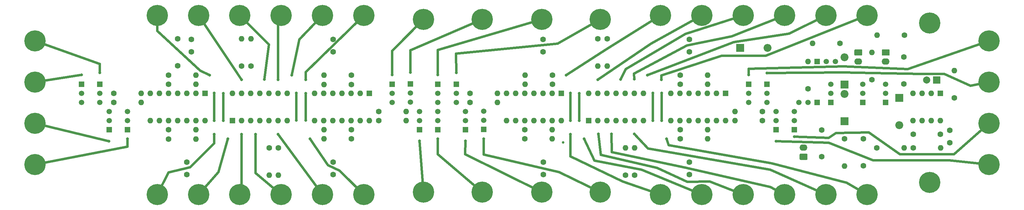
<source format=gbr>
%TF.GenerationSoftware,KiCad,Pcbnew,(5.1.7)-1*%
%TF.CreationDate,2021-05-19T12:24:51-05:00*%
%TF.ProjectId,FOURSES INTERSEXON,464f5552-5345-4532-9049-4e5445525345,rev?*%
%TF.SameCoordinates,Original*%
%TF.FileFunction,Copper,L2,Bot*%
%TF.FilePolarity,Positive*%
%FSLAX46Y46*%
G04 Gerber Fmt 4.6, Leading zero omitted, Abs format (unit mm)*
G04 Created by KiCad (PCBNEW (5.1.7)-1) date 2021-05-19 12:24:51*
%MOMM*%
%LPD*%
G01*
G04 APERTURE LIST*
%TA.AperFunction,ComponentPad*%
%ADD10C,5.900000*%
%TD*%
%TA.AperFunction,ComponentPad*%
%ADD11O,1.600000X1.600000*%
%TD*%
%TA.AperFunction,ComponentPad*%
%ADD12C,1.600000*%
%TD*%
%TA.AperFunction,ComponentPad*%
%ADD13C,1.500000*%
%TD*%
%TA.AperFunction,ComponentPad*%
%ADD14R,1.500000X1.500000*%
%TD*%
%TA.AperFunction,ComponentPad*%
%ADD15R,1.600000X1.600000*%
%TD*%
%TA.AperFunction,ComponentPad*%
%ADD16O,2.190000X1.740000*%
%TD*%
%TA.AperFunction,ComponentPad*%
%ADD17C,2.000000*%
%TD*%
%TA.AperFunction,ComponentPad*%
%ADD18R,2.000000X2.000000*%
%TD*%
%TA.AperFunction,ComponentPad*%
%ADD19R,2.200000X2.200000*%
%TD*%
%TA.AperFunction,ComponentPad*%
%ADD20O,2.200000X2.200000*%
%TD*%
%TA.AperFunction,ViaPad*%
%ADD21C,0.800000*%
%TD*%
%TA.AperFunction,Conductor*%
%ADD22C,0.635000*%
%TD*%
G04 APERTURE END LIST*
D10*
%TO.P,REF\u002A\u002A,*%
%TO.N,*%
X109630000Y-121990000D03*
%TD*%
%TO.P,REF\u002A\u002A,*%
%TO.N,*%
X63630000Y-71990000D03*
%TD*%
%TO.P,REF\u002A\u002A,*%
%TO.N,*%
X18110000Y-113600000D03*
%TD*%
%TO.P,REF\u002A\u002A,*%
%TO.N,*%
X75130000Y-71990000D03*
%TD*%
%TO.P,REF\u002A\u002A,*%
%TO.N,*%
X175460000Y-73100000D03*
%TD*%
%TO.P,REF\u002A\u002A,*%
%TO.N,*%
X109630000Y-71990000D03*
%TD*%
D11*
%TO.P,REF\u002A\u002A,2*%
%TO.N,N/C*%
X273950000Y-87380000D03*
D12*
%TO.P,REF\u002A\u002A,1*%
X273950000Y-95000000D03*
%TD*%
D10*
%TO.P,REF\u002A\u002A,*%
%TO.N,*%
X192210000Y-121990000D03*
%TD*%
%TO.P,REF\u002A\u002A,*%
%TO.N,*%
X63630000Y-121990000D03*
%TD*%
%TO.P,REF\u002A\u002A,*%
%TO.N,*%
X18110000Y-102100000D03*
%TD*%
%TO.P,REF\u002A\u002A,*%
%TO.N,*%
X98130000Y-121990000D03*
%TD*%
D12*
%TO.P,REF\u002A\u002A,1*%
%TO.N,N/C*%
X243450000Y-106460000D03*
D11*
%TO.P,REF\u002A\u002A,2*%
X243450000Y-114080000D03*
%TD*%
D13*
%TO.P,REF\u002A\u002A,2*%
%TO.N,N/C*%
X130250000Y-101330000D03*
%TO.P,REF\u002A\u002A,3*%
X130250000Y-98790000D03*
D14*
%TO.P,REF\u002A\u002A,1*%
X130250000Y-103870000D03*
%TD*%
D10*
%TO.P,REF\u002A\u002A,*%
%TO.N,*%
X159160000Y-73100000D03*
%TD*%
D14*
%TO.P,REF\u002A\u002A,1*%
%TO.N,N/C*%
X36160000Y-91160000D03*
D13*
%TO.P,REF\u002A\u002A,3*%
X36160000Y-96240000D03*
%TO.P,REF\u002A\u002A,2*%
X36160000Y-93700000D03*
%TD*%
D10*
%TO.P,REF\u002A\u002A,*%
%TO.N,*%
X203710000Y-121990000D03*
%TD*%
D11*
%TO.P,REF\u002A\u002A,2*%
%TO.N,N/C*%
X212940000Y-101400000D03*
D12*
%TO.P,REF\u002A\u002A,1*%
X220560000Y-101400000D03*
%TD*%
D11*
%TO.P,REF\u002A\u002A,2*%
%TO.N,N/C*%
X259990000Y-109010000D03*
D12*
%TO.P,REF\u002A\u002A,1*%
X252370000Y-109010000D03*
%TD*%
%TO.P,REF\u002A\u002A,1*%
%TO.N,N/C*%
X262520000Y-109000000D03*
D11*
%TO.P,REF\u002A\u002A,2*%
X270140000Y-109000000D03*
%TD*%
D10*
%TO.P,REF\u002A\u002A,*%
%TO.N,*%
X18110000Y-90600000D03*
%TD*%
%TO.P,REF\u002A\u002A,*%
%TO.N,*%
X75130000Y-121990000D03*
%TD*%
%TO.P,REF\u002A\u002A,*%
%TO.N,*%
X52130000Y-121990000D03*
%TD*%
%TO.P,REF\u002A\u002A,*%
%TO.N,*%
X159160000Y-121350000D03*
%TD*%
%TO.P,REF\u002A\u002A,*%
%TO.N,*%
X226710000Y-121990000D03*
%TD*%
%TO.P,REF\u002A\u002A,*%
%TO.N,*%
X126260000Y-73100000D03*
%TD*%
%TO.P,REF\u002A\u002A,*%
%TO.N,*%
X52130000Y-71990000D03*
%TD*%
D11*
%TO.P,REF\u002A\u002A,2*%
%TO.N,N/C*%
X233270000Y-84860000D03*
D12*
%TO.P,REF\u002A\u002A,1*%
X233270000Y-92480000D03*
%TD*%
D13*
%TO.P,REF\u002A\u002A,2*%
%TO.N,N/C*%
X31100000Y-93710000D03*
%TO.P,REF\u002A\u002A,3*%
X31100000Y-96250000D03*
D14*
%TO.P,REF\u002A\u002A,1*%
X31100000Y-91170000D03*
%TD*%
D12*
%TO.P,REF\u002A\u002A,1*%
%TO.N,N/C*%
X242140000Y-79770000D03*
D11*
%TO.P,REF\u002A\u002A,2*%
X234520000Y-79770000D03*
%TD*%
%TO.P,REF\u002A\u002A,2*%
%TO.N,N/C*%
X252480000Y-77510000D03*
D12*
%TO.P,REF\u002A\u002A,1*%
X260100000Y-77510000D03*
%TD*%
D10*
%TO.P,REF\u002A\u002A,*%
%TO.N,*%
X238210000Y-121990000D03*
%TD*%
%TO.P,REF\u002A\u002A,*%
%TO.N,*%
X142560000Y-121350000D03*
%TD*%
%TO.P,REF\u002A\u002A,*%
%TO.N,*%
X98130000Y-71990000D03*
%TD*%
%TO.P,REF\u002A\u002A,*%
%TO.N,*%
X86630000Y-71990000D03*
%TD*%
D14*
%TO.P,REF\u002A\u002A,1*%
%TO.N,N/C*%
X117510000Y-91160000D03*
D13*
%TO.P,REF\u002A\u002A,3*%
X117510000Y-96240000D03*
%TO.P,REF\u002A\u002A,2*%
X117510000Y-93700000D03*
%TD*%
D10*
%TO.P,REF\u002A\u002A,*%
%TO.N,*%
X175460000Y-121350000D03*
%TD*%
D14*
%TO.P,REF\u002A\u002A,1*%
%TO.N,N/C*%
X216710000Y-91180000D03*
D13*
%TO.P,REF\u002A\u002A,3*%
X216710000Y-96260000D03*
%TO.P,REF\u002A\u002A,2*%
X216710000Y-93720000D03*
%TD*%
D14*
%TO.P,REF\u002A\u002A,1*%
%TO.N,N/C*%
X125160000Y-103880000D03*
D13*
%TO.P,REF\u002A\u002A,3*%
X125160000Y-98800000D03*
%TO.P,REF\u002A\u002A,2*%
X125160000Y-101340000D03*
%TD*%
D14*
%TO.P,REF\u002A\u002A,1*%
%TO.N,N/C*%
X43820000Y-103860000D03*
D13*
%TO.P,REF\u002A\u002A,3*%
X43820000Y-98780000D03*
%TO.P,REF\u002A\u002A,2*%
X43820000Y-101320000D03*
%TD*%
D10*
%TO.P,REF\u002A\u002A,*%
%TO.N,*%
X215210000Y-121990000D03*
%TD*%
%TO.P,REF\u002A\u002A,*%
%TO.N,*%
X226710000Y-71990000D03*
%TD*%
D11*
%TO.P,REF\u002A\u002A,2*%
%TO.N,N/C*%
X62920000Y-91240000D03*
D12*
%TO.P,REF\u002A\u002A,1*%
X55300000Y-91240000D03*
%TD*%
D14*
%TO.P,REF\u002A\u002A,1*%
%TO.N,N/C*%
X135340000Y-91160000D03*
D13*
%TO.P,REF\u002A\u002A,3*%
X135340000Y-96240000D03*
%TO.P,REF\u002A\u002A,2*%
X135340000Y-93700000D03*
%TD*%
D14*
%TO.P,REF\u002A\u002A,1*%
%TO.N,N/C*%
X142970000Y-103850000D03*
D13*
%TO.P,REF\u002A\u002A,3*%
X142970000Y-98770000D03*
%TO.P,REF\u002A\u002A,2*%
X142970000Y-101310000D03*
%TD*%
%TO.P,REF\u002A\u002A,2*%
%TO.N,N/C*%
X130250000Y-93710000D03*
%TO.P,REF\u002A\u002A,3*%
X130250000Y-96250000D03*
D14*
%TO.P,REF\u002A\u002A,1*%
X130250000Y-91170000D03*
%TD*%
D12*
%TO.P,REF\u002A\u002A,1*%
%TO.N,N/C*%
X220560000Y-98820000D03*
D11*
%TO.P,REF\u002A\u002A,2*%
X212940000Y-98820000D03*
%TD*%
D13*
%TO.P,REF\u002A\u002A,2*%
%TO.N,N/C*%
X137880000Y-101320000D03*
%TO.P,REF\u002A\u002A,3*%
X137880000Y-98780000D03*
D14*
%TO.P,REF\u002A\u002A,1*%
X137880000Y-103860000D03*
%TD*%
%TO.P,REF\u002A\u002A,1*%
%TO.N,N/C*%
X235790000Y-84810000D03*
D13*
%TO.P,REF\u002A\u002A,3*%
X240870000Y-84810000D03*
%TO.P,REF\u002A\u002A,2*%
X238330000Y-84810000D03*
%TD*%
D14*
%TO.P,REF\u002A\u002A,1*%
%TO.N,N/C*%
X224320000Y-103880000D03*
D13*
%TO.P,REF\u002A\u002A,3*%
X224320000Y-98800000D03*
%TO.P,REF\u002A\u002A,2*%
X224320000Y-101340000D03*
%TD*%
D15*
%TO.P,REF\u002A\u002A,1*%
%TO.N,N/C*%
X270060000Y-93780000D03*
D11*
%TO.P,REF\u002A\u002A,5*%
X262440000Y-101400000D03*
%TO.P,REF\u002A\u002A,2*%
X267520000Y-93780000D03*
%TO.P,REF\u002A\u002A,6*%
X264980000Y-101400000D03*
%TO.P,REF\u002A\u002A,3*%
X264980000Y-93780000D03*
%TO.P,REF\u002A\u002A,7*%
X267520000Y-101400000D03*
%TO.P,REF\u002A\u002A,4*%
X262440000Y-93780000D03*
%TO.P,REF\u002A\u002A,8*%
X270060000Y-101400000D03*
%TD*%
D15*
%TO.P,REF\u002A\u002A,1*%
%TO.N,N/C*%
X172230000Y-101390000D03*
D11*
%TO.P,REF\u002A\u002A,8*%
X187470000Y-93770000D03*
%TO.P,REF\u002A\u002A,2*%
X174770000Y-101390000D03*
%TO.P,REF\u002A\u002A,9*%
X184930000Y-93770000D03*
%TO.P,REF\u002A\u002A,3*%
X177310000Y-101390000D03*
%TO.P,REF\u002A\u002A,10*%
X182390000Y-93770000D03*
%TO.P,REF\u002A\u002A,4*%
X179850000Y-101390000D03*
%TO.P,REF\u002A\u002A,11*%
X179850000Y-93770000D03*
%TO.P,REF\u002A\u002A,5*%
X182390000Y-101390000D03*
%TO.P,REF\u002A\u002A,12*%
X177310000Y-93770000D03*
%TO.P,REF\u002A\u002A,6*%
X184930000Y-101390000D03*
%TO.P,REF\u002A\u002A,13*%
X174770000Y-93770000D03*
%TO.P,REF\u002A\u002A,7*%
X187470000Y-101390000D03*
%TO.P,REF\u002A\u002A,14*%
X172230000Y-93770000D03*
%TD*%
D12*
%TO.P,REF\u002A\u002A,1*%
%TO.N,N/C*%
X55300000Y-88660000D03*
D11*
%TO.P,REF\u002A\u002A,2*%
X62920000Y-88660000D03*
%TD*%
%TO.P,REF\u002A\u002A,1*%
%TO.N,N/C*%
%TA.AperFunction,ComponentPad*%
G36*
G01*
X254034999Y-81460000D02*
X255725001Y-81460000D01*
G75*
G02*
X255975000Y-81709999I0J-249999D01*
G01*
X255975000Y-82950001D01*
G75*
G02*
X255725001Y-83200000I-249999J0D01*
G01*
X254034999Y-83200000D01*
G75*
G02*
X253785000Y-82950001I0J249999D01*
G01*
X253785000Y-81709999D01*
G75*
G02*
X254034999Y-81460000I249999J0D01*
G01*
G37*
%TD.AperFunction*%
D16*
%TO.P,REF\u002A\u002A,2*%
X254880000Y-84870000D03*
%TD*%
D11*
%TO.P,REF\u002A\u002A,14*%
%TO.N,N/C*%
X73060000Y-93750000D03*
%TO.P,REF\u002A\u002A,7*%
X88300000Y-101370000D03*
%TO.P,REF\u002A\u002A,13*%
X75600000Y-93750000D03*
%TO.P,REF\u002A\u002A,6*%
X85760000Y-101370000D03*
%TO.P,REF\u002A\u002A,12*%
X78140000Y-93750000D03*
%TO.P,REF\u002A\u002A,5*%
X83220000Y-101370000D03*
%TO.P,REF\u002A\u002A,11*%
X80680000Y-93750000D03*
%TO.P,REF\u002A\u002A,4*%
X80680000Y-101370000D03*
%TO.P,REF\u002A\u002A,10*%
X83220000Y-93750000D03*
%TO.P,REF\u002A\u002A,3*%
X78140000Y-101370000D03*
%TO.P,REF\u002A\u002A,9*%
X85760000Y-93750000D03*
%TO.P,REF\u002A\u002A,2*%
X75600000Y-101370000D03*
%TO.P,REF\u002A\u002A,8*%
X88300000Y-93750000D03*
D15*
%TO.P,REF\u002A\u002A,1*%
X73060000Y-101370000D03*
%TD*%
%TO.P,REF\u002A\u002A,1*%
%TO.N,N/C*%
%TA.AperFunction,ComponentPad*%
G36*
G01*
X232855001Y-112340000D02*
X231164999Y-112340000D01*
G75*
G02*
X230915000Y-112090001I0J249999D01*
G01*
X230915000Y-110849999D01*
G75*
G02*
X231164999Y-110600000I249999J0D01*
G01*
X232855001Y-110600000D01*
G75*
G02*
X233105000Y-110849999I0J-249999D01*
G01*
X233105000Y-112090001D01*
G75*
G02*
X232855001Y-112340000I-249999J0D01*
G01*
G37*
%TD.AperFunction*%
D16*
%TO.P,REF\u002A\u002A,2*%
X232010000Y-108930000D03*
%TD*%
D10*
%TO.P,REF\u002A\u002A,*%
%TO.N,*%
X283610000Y-90600000D03*
%TD*%
D17*
%TO.P,REF\u002A\u002A,*%
%TO.N,*%
X266300000Y-90000000D03*
%TD*%
D12*
%TO.P,REF\u002A\u002A,1*%
%TO.N,N/C*%
X106150000Y-103890000D03*
D11*
%TO.P,REF\u002A\u002A,2*%
X98530000Y-103890000D03*
%TD*%
%TO.P,REF\u002A\u002A,2*%
%TO.N,N/C*%
X98540000Y-88680000D03*
D12*
%TO.P,REF\u002A\u002A,1*%
X106160000Y-88680000D03*
%TD*%
%TO.P,REF\u002A\u002A,1*%
%TO.N,N/C*%
X40070000Y-96280000D03*
D11*
%TO.P,REF\u002A\u002A,2*%
X47690000Y-96280000D03*
%TD*%
D12*
%TO.P,REF\u002A\u002A,1*%
%TO.N,N/C*%
X55250000Y-103910000D03*
D11*
%TO.P,REF\u002A\u002A,2*%
X62870000Y-103910000D03*
%TD*%
%TO.P,REF\u002A\u002A,2*%
%TO.N,N/C*%
X62870000Y-106490000D03*
D12*
%TO.P,REF\u002A\u002A,1*%
X55250000Y-106490000D03*
%TD*%
%TO.P,REF\u002A\u002A,1*%
%TO.N,N/C*%
X78210000Y-86080000D03*
D11*
%TO.P,REF\u002A\u002A,2*%
X78210000Y-78460000D03*
%TD*%
%TO.P,REF\u002A\u002A,2*%
%TO.N,N/C*%
X98530000Y-106470000D03*
D12*
%TO.P,REF\u002A\u002A,1*%
X106150000Y-106470000D03*
%TD*%
D11*
%TO.P,REF\u002A\u002A,14*%
%TO.N,N/C*%
X210340000Y-101330000D03*
%TO.P,REF\u002A\u002A,7*%
X195100000Y-93710000D03*
%TO.P,REF\u002A\u002A,13*%
X207800000Y-101330000D03*
%TO.P,REF\u002A\u002A,6*%
X197640000Y-93710000D03*
%TO.P,REF\u002A\u002A,12*%
X205260000Y-101330000D03*
%TO.P,REF\u002A\u002A,5*%
X200180000Y-93710000D03*
%TO.P,REF\u002A\u002A,11*%
X202720000Y-101330000D03*
%TO.P,REF\u002A\u002A,4*%
X202720000Y-93710000D03*
%TO.P,REF\u002A\u002A,10*%
X200180000Y-101330000D03*
%TO.P,REF\u002A\u002A,3*%
X205260000Y-93710000D03*
%TO.P,REF\u002A\u002A,9*%
X197640000Y-101330000D03*
%TO.P,REF\u002A\u002A,2*%
X207800000Y-93710000D03*
%TO.P,REF\u002A\u002A,8*%
X195100000Y-101330000D03*
D15*
%TO.P,REF\u002A\u002A,1*%
X210340000Y-93710000D03*
%TD*%
D12*
%TO.P,REF\u002A\u002A,1*%
%TO.N,N/C*%
X106160000Y-91260000D03*
D11*
%TO.P,REF\u002A\u002A,2*%
X98540000Y-91260000D03*
%TD*%
%TO.P,REF\u002A\u002A,2*%
%TO.N,N/C*%
X75630000Y-78460000D03*
D12*
%TO.P,REF\u002A\u002A,1*%
X75630000Y-86080000D03*
%TD*%
D11*
%TO.P,REF\u002A\u002A,2*%
%TO.N,N/C*%
X47690000Y-93700000D03*
D12*
%TO.P,REF\u002A\u002A,1*%
X40070000Y-93700000D03*
%TD*%
D18*
%TO.P,REF\u002A\u002A,*%
%TO.N,*%
X269080000Y-89990000D03*
%TD*%
D12*
%TO.P,REF\u002A\u002A,1*%
%TO.N,N/C*%
X61640000Y-82150000D03*
%TO.P,REF\u002A\u002A,2*%
X61640000Y-78650000D03*
%TD*%
D15*
%TO.P,REF\u002A\u002A,1*%
%TO.N,N/C*%
X65470000Y-93740000D03*
D11*
%TO.P,REF\u002A\u002A,8*%
X50230000Y-101360000D03*
%TO.P,REF\u002A\u002A,2*%
X62930000Y-93740000D03*
%TO.P,REF\u002A\u002A,9*%
X52770000Y-101360000D03*
%TO.P,REF\u002A\u002A,3*%
X60390000Y-93740000D03*
%TO.P,REF\u002A\u002A,10*%
X55310000Y-101360000D03*
%TO.P,REF\u002A\u002A,4*%
X57850000Y-93740000D03*
%TO.P,REF\u002A\u002A,11*%
X57850000Y-101360000D03*
%TO.P,REF\u002A\u002A,5*%
X55310000Y-93740000D03*
%TO.P,REF\u002A\u002A,12*%
X60390000Y-101360000D03*
%TO.P,REF\u002A\u002A,6*%
X52770000Y-93740000D03*
%TO.P,REF\u002A\u002A,13*%
X62930000Y-101360000D03*
%TO.P,REF\u002A\u002A,7*%
X50230000Y-93740000D03*
%TO.P,REF\u002A\u002A,14*%
X65470000Y-101360000D03*
%TD*%
D15*
%TO.P,REF\u002A\u002A,1*%
%TO.N,N/C*%
X164590000Y-93710000D03*
D11*
%TO.P,REF\u002A\u002A,8*%
X149350000Y-101330000D03*
%TO.P,REF\u002A\u002A,2*%
X162050000Y-93710000D03*
%TO.P,REF\u002A\u002A,9*%
X151890000Y-101330000D03*
%TO.P,REF\u002A\u002A,3*%
X159510000Y-93710000D03*
%TO.P,REF\u002A\u002A,10*%
X154430000Y-101330000D03*
%TO.P,REF\u002A\u002A,4*%
X156970000Y-93710000D03*
%TO.P,REF\u002A\u002A,11*%
X156970000Y-101330000D03*
%TO.P,REF\u002A\u002A,5*%
X154430000Y-93710000D03*
%TO.P,REF\u002A\u002A,12*%
X159510000Y-101330000D03*
%TO.P,REF\u002A\u002A,6*%
X151890000Y-93710000D03*
%TO.P,REF\u002A\u002A,13*%
X162050000Y-101330000D03*
%TO.P,REF\u002A\u002A,7*%
X149350000Y-93710000D03*
%TO.P,REF\u002A\u002A,14*%
X164590000Y-101330000D03*
%TD*%
D12*
%TO.P,REF\u002A\u002A,2*%
%TO.N,N/C*%
X272730000Y-104070000D03*
%TO.P,REF\u002A\u002A,1*%
X272730000Y-107570000D03*
%TD*%
D10*
%TO.P,REF\u002A\u002A,*%
%TO.N,*%
X267110000Y-74100000D03*
%TD*%
D16*
%TO.P,REF\u002A\u002A,2*%
%TO.N,N/C*%
X247250000Y-84870000D03*
%TO.P,REF\u002A\u002A,1*%
%TA.AperFunction,ComponentPad*%
G36*
G01*
X246404999Y-81460000D02*
X248095001Y-81460000D01*
G75*
G02*
X248345000Y-81709999I0J-249999D01*
G01*
X248345000Y-82950001D01*
G75*
G02*
X248095001Y-83200000I-249999J0D01*
G01*
X246404999Y-83200000D01*
G75*
G02*
X246155000Y-82950001I0J249999D01*
G01*
X246155000Y-81709999D01*
G75*
G02*
X246404999Y-81460000I249999J0D01*
G01*
G37*
%TD.AperFunction*%
%TD*%
D12*
%TO.P,REF\u002A\u002A,2*%
%TO.N,N/C*%
X60370000Y-112950000D03*
%TO.P,REF\u002A\u002A,1*%
X60370000Y-116450000D03*
%TD*%
%TO.P,REF\u002A\u002A,1*%
%TO.N,N/C*%
X251050000Y-89900000D03*
D11*
%TO.P,REF\u002A\u002A,2*%
X251050000Y-82280000D03*
%TD*%
D13*
%TO.P,REF\u002A\u002A,2*%
%TO.N,N/C*%
X221800000Y-93710000D03*
%TO.P,REF\u002A\u002A,3*%
X221800000Y-96250000D03*
D14*
%TO.P,REF\u002A\u002A,1*%
X221800000Y-91170000D03*
%TD*%
D11*
%TO.P,REF\u002A\u002A,14*%
%TO.N,N/C*%
X111130000Y-101340000D03*
%TO.P,REF\u002A\u002A,7*%
X95890000Y-93720000D03*
%TO.P,REF\u002A\u002A,13*%
X108590000Y-101340000D03*
%TO.P,REF\u002A\u002A,6*%
X98430000Y-93720000D03*
%TO.P,REF\u002A\u002A,12*%
X106050000Y-101340000D03*
%TO.P,REF\u002A\u002A,5*%
X100970000Y-93720000D03*
%TO.P,REF\u002A\u002A,11*%
X103510000Y-101340000D03*
%TO.P,REF\u002A\u002A,4*%
X103510000Y-93720000D03*
%TO.P,REF\u002A\u002A,10*%
X100970000Y-101340000D03*
%TO.P,REF\u002A\u002A,3*%
X106050000Y-93720000D03*
%TO.P,REF\u002A\u002A,9*%
X98430000Y-101340000D03*
%TO.P,REF\u002A\u002A,2*%
X108590000Y-93720000D03*
%TO.P,REF\u002A\u002A,8*%
X95890000Y-101340000D03*
D15*
%TO.P,REF\u002A\u002A,1*%
X111130000Y-93720000D03*
%TD*%
D10*
%TO.P,REF\u002A\u002A,*%
%TO.N,*%
X215210000Y-71990000D03*
%TD*%
%TO.P,REF\u002A\u002A,*%
%TO.N,*%
X283610000Y-102100000D03*
%TD*%
D19*
%TO.P,REF\u002A\u002A,1*%
%TO.N,N/C*%
X243390000Y-101570000D03*
D20*
%TO.P,REF\u002A\u002A,2*%
X243390000Y-93950000D03*
%TD*%
%TO.P,REF\u002A\u002A,2*%
%TO.N,N/C*%
X243400000Y-83650000D03*
D19*
%TO.P,REF\u002A\u002A,1*%
X243400000Y-91270000D03*
%TD*%
D10*
%TO.P,REF\u002A\u002A,*%
%TO.N,*%
X267110000Y-118600000D03*
%TD*%
%TO.P,REF\u002A\u002A,*%
%TO.N,*%
X249710000Y-71990000D03*
%TD*%
D12*
%TO.P,REF\u002A\u002A,2*%
%TO.N,N/C*%
X101060000Y-78650000D03*
%TO.P,REF\u002A\u002A,1*%
X101060000Y-82150000D03*
%TD*%
D10*
%TO.P,REF\u002A\u002A,*%
%TO.N,*%
X203710000Y-71990000D03*
%TD*%
D14*
%TO.P,REF\u002A\u002A,1*%
%TO.N,N/C*%
X254850000Y-96240000D03*
D13*
%TO.P,REF\u002A\u002A,3*%
X254850000Y-91160000D03*
%TO.P,REF\u002A\u002A,2*%
X254850000Y-93700000D03*
%TD*%
D12*
%TO.P,REF\u002A\u002A,1*%
%TO.N,N/C*%
X57850000Y-78500000D03*
%TO.P,REF\u002A\u002A,2*%
X57850000Y-86000000D03*
%TD*%
D13*
%TO.P,REF\u002A\u002A,2*%
%TO.N,N/C*%
X38730000Y-101330000D03*
%TO.P,REF\u002A\u002A,3*%
X38730000Y-98790000D03*
D14*
%TO.P,REF\u002A\u002A,1*%
X38730000Y-103870000D03*
%TD*%
D20*
%TO.P,REF\u002A\u002A,2*%
%TO.N,N/C*%
X258660000Y-102590000D03*
D19*
%TO.P,REF\u002A\u002A,1*%
X258660000Y-94970000D03*
%TD*%
D12*
%TO.P,REF\u002A\u002A,2*%
%TO.N,N/C*%
X262580000Y-105160000D03*
%TO.P,REF\u002A\u002A,1*%
X270080000Y-105160000D03*
%TD*%
%TO.P,REF\u002A\u002A,1*%
%TO.N,N/C*%
X101100000Y-116450000D03*
%TO.P,REF\u002A\u002A,2*%
X101100000Y-112950000D03*
%TD*%
D13*
%TO.P,REF\u002A\u002A,2*%
%TO.N,N/C*%
X233230000Y-96270000D03*
%TO.P,REF\u002A\u002A,3*%
X230690000Y-96270000D03*
D14*
%TO.P,REF\u002A\u002A,1*%
X235770000Y-96270000D03*
%TD*%
D12*
%TO.P,REF\u002A\u002A,1*%
%TO.N,N/C*%
X237090000Y-111470000D03*
%TO.P,REF\u002A\u002A,2*%
X237090000Y-103970000D03*
%TD*%
%TO.P,REF\u002A\u002A,1*%
%TO.N,N/C*%
X200230000Y-116440000D03*
%TO.P,REF\u002A\u002A,2*%
X200230000Y-112940000D03*
%TD*%
%TO.P,REF\u002A\u002A,2*%
%TO.N,N/C*%
X248640000Y-106460000D03*
%TO.P,REF\u002A\u002A,1*%
X248640000Y-113960000D03*
%TD*%
D13*
%TO.P,REF\u002A\u002A,2*%
%TO.N,N/C*%
X248480000Y-93710000D03*
%TO.P,REF\u002A\u002A,3*%
X248480000Y-91170000D03*
D14*
%TO.P,REF\u002A\u002A,1*%
X248480000Y-96250000D03*
%TD*%
D12*
%TO.P,REF\u002A\u002A,1*%
%TO.N,N/C*%
X259950000Y-91120000D03*
%TO.P,REF\u002A\u002A,2*%
X259950000Y-83620000D03*
%TD*%
%TO.P,REF\u002A\u002A,2*%
%TO.N,N/C*%
X159560000Y-112940000D03*
%TO.P,REF\u002A\u002A,1*%
X159560000Y-116440000D03*
%TD*%
D14*
%TO.P,REF\u002A\u002A,1*%
%TO.N,N/C*%
X239630000Y-96260000D03*
D13*
%TO.P,REF\u002A\u002A,3*%
X239630000Y-91180000D03*
%TO.P,REF\u002A\u002A,2*%
X239630000Y-93720000D03*
%TD*%
%TO.P,REF\u002A\u002A,2*%
%TO.N,N/C*%
X229410000Y-101330000D03*
%TO.P,REF\u002A\u002A,3*%
X229410000Y-98790000D03*
D14*
%TO.P,REF\u002A\u002A,1*%
X229410000Y-103870000D03*
%TD*%
D13*
%TO.P,REF\u002A\u002A,2*%
%TO.N,N/C*%
X122600000Y-93690000D03*
%TO.P,REF\u002A\u002A,3*%
X122600000Y-96230000D03*
D14*
%TO.P,REF\u002A\u002A,1*%
X122600000Y-91150000D03*
%TD*%
D19*
%TO.P,REF\u002A\u002A,1*%
%TO.N,N/C*%
X214400000Y-81070000D03*
D20*
%TO.P,REF\u002A\u002A,2*%
X222020000Y-81070000D03*
%TD*%
D12*
%TO.P,REF\u002A\u002A,1*%
%TO.N,N/C*%
X159520000Y-82150000D03*
%TO.P,REF\u002A\u002A,2*%
X159520000Y-78650000D03*
%TD*%
%TO.P,REF\u002A\u002A,2*%
%TO.N,N/C*%
X200230000Y-78650000D03*
%TO.P,REF\u002A\u002A,1*%
X200230000Y-82150000D03*
%TD*%
%TO.P,REF\u002A\u002A,1*%
%TO.N,N/C*%
X174770000Y-78480000D03*
D11*
%TO.P,REF\u002A\u002A,2*%
X174770000Y-86100000D03*
%TD*%
%TO.P,REF\u002A\u002A,2*%
%TO.N,N/C*%
X121400000Y-98810000D03*
D12*
%TO.P,REF\u002A\u002A,1*%
X113780000Y-98810000D03*
%TD*%
%TO.P,REF\u002A\u002A,1*%
%TO.N,N/C*%
X154460000Y-106460000D03*
D11*
%TO.P,REF\u002A\u002A,2*%
X162080000Y-106460000D03*
%TD*%
D12*
%TO.P,REF\u002A\u002A,1*%
%TO.N,N/C*%
X139210000Y-93740000D03*
D11*
%TO.P,REF\u002A\u002A,2*%
X146830000Y-93740000D03*
%TD*%
%TO.P,REF\u002A\u002A,2*%
%TO.N,N/C*%
X83270000Y-116610000D03*
D12*
%TO.P,REF\u002A\u002A,1*%
X83270000Y-108990000D03*
%TD*%
D10*
%TO.P,REF\u002A\u002A,*%
%TO.N,*%
X283610000Y-79100000D03*
%TD*%
D12*
%TO.P,REF\u002A\u002A,1*%
%TO.N,N/C*%
X197680000Y-88640000D03*
D11*
%TO.P,REF\u002A\u002A,2*%
X205300000Y-88640000D03*
%TD*%
D12*
%TO.P,REF\u002A\u002A,1*%
%TO.N,N/C*%
X197700000Y-106480000D03*
D11*
%TO.P,REF\u002A\u002A,2*%
X205320000Y-106480000D03*
%TD*%
D12*
%TO.P,REF\u002A\u002A,1*%
%TO.N,N/C*%
X113780000Y-101390000D03*
D11*
%TO.P,REF\u002A\u002A,2*%
X121400000Y-101390000D03*
%TD*%
%TO.P,REF\u002A\u002A,2*%
%TO.N,N/C*%
X205300000Y-91220000D03*
D12*
%TO.P,REF\u002A\u002A,1*%
X197680000Y-91220000D03*
%TD*%
D11*
%TO.P,REF\u002A\u002A,2*%
%TO.N,N/C*%
X154470000Y-88660000D03*
D12*
%TO.P,REF\u002A\u002A,1*%
X162090000Y-88660000D03*
%TD*%
%TO.P,REF\u002A\u002A,1*%
%TO.N,N/C*%
X182420000Y-116610000D03*
D11*
%TO.P,REF\u002A\u002A,2*%
X182420000Y-108990000D03*
%TD*%
D10*
%TO.P,REF\u002A\u002A,*%
%TO.N,*%
X86630000Y-121990000D03*
%TD*%
D11*
%TO.P,REF\u002A\u002A,2*%
%TO.N,N/C*%
X162080000Y-103880000D03*
D12*
%TO.P,REF\u002A\u002A,1*%
X154460000Y-103880000D03*
%TD*%
%TO.P,REF\u002A\u002A,1*%
%TO.N,N/C*%
X162090000Y-91240000D03*
D11*
%TO.P,REF\u002A\u002A,2*%
X154470000Y-91240000D03*
%TD*%
D10*
%TO.P,REF\u002A\u002A,*%
%TO.N,*%
X283610000Y-113600000D03*
%TD*%
%TO.P,REF\u002A\u002A,*%
%TO.N,*%
X126260000Y-121350000D03*
%TD*%
%TO.P,REF\u002A\u002A,*%
%TO.N,*%
X142560000Y-73100000D03*
%TD*%
%TO.P,REF\u002A\u002A,*%
%TO.N,*%
X249710000Y-121990000D03*
%TD*%
%TO.P,REF\u002A\u002A,*%
%TO.N,*%
X238210000Y-71990000D03*
%TD*%
D11*
%TO.P,REF\u002A\u002A,2*%
%TO.N,N/C*%
X146830000Y-96320000D03*
D12*
%TO.P,REF\u002A\u002A,1*%
X139210000Y-96320000D03*
%TD*%
%TO.P,REF\u002A\u002A,1*%
%TO.N,N/C*%
X85850000Y-108990000D03*
D11*
%TO.P,REF\u002A\u002A,2*%
X85850000Y-116610000D03*
%TD*%
D10*
%TO.P,REF\u002A\u002A,*%
%TO.N,*%
X18110000Y-79100000D03*
%TD*%
D11*
%TO.P,REF\u002A\u002A,2*%
%TO.N,N/C*%
X177350000Y-86100000D03*
D12*
%TO.P,REF\u002A\u002A,1*%
X177350000Y-78480000D03*
%TD*%
D11*
%TO.P,REF\u002A\u002A,2*%
%TO.N,N/C*%
X205320000Y-103900000D03*
D12*
%TO.P,REF\u002A\u002A,1*%
X197700000Y-103900000D03*
%TD*%
D10*
%TO.P,REF\u002A\u002A,*%
%TO.N,*%
X192210000Y-71990000D03*
%TD*%
D11*
%TO.P,REF\u002A\u002A,2*%
%TO.N,N/C*%
X185000000Y-108990000D03*
D12*
%TO.P,REF\u002A\u002A,1*%
X185000000Y-116610000D03*
%TD*%
D21*
%TO.N,*%
X70510000Y-101330000D03*
X36160000Y-87980000D03*
X38720000Y-107080000D03*
X169610000Y-101350000D03*
X122603410Y-87923410D03*
X224350000Y-107100000D03*
X193860000Y-106400000D03*
X70510000Y-93730000D03*
X188570000Y-88700000D03*
X90850000Y-93650000D03*
X190070000Y-93640000D03*
X130250000Y-88570000D03*
X67970000Y-93640000D03*
X184940000Y-105120000D03*
X31080000Y-88600000D03*
X117510000Y-88570000D03*
X93450000Y-101300000D03*
X184871912Y-89761912D03*
X216722138Y-88552138D03*
X94690000Y-106450000D03*
X75600000Y-105130000D03*
X137875420Y-107015420D03*
X167140000Y-101360000D03*
X66690000Y-88650000D03*
X142966318Y-106416318D03*
X192550000Y-101360000D03*
X43814601Y-106424601D03*
X192540000Y-93680000D03*
X93455634Y-93705634D03*
X93458441Y-89921559D03*
X125160000Y-107050000D03*
X130250000Y-106460000D03*
X178560000Y-105100000D03*
X181110000Y-89880000D03*
X71810000Y-106440000D03*
X75610000Y-89920000D03*
X79490000Y-105140000D03*
X165910000Y-88670000D03*
X167140000Y-93660000D03*
X221780000Y-88080000D03*
X85760000Y-105140000D03*
X170900000Y-106410000D03*
X167140000Y-105140000D03*
X192480000Y-89900000D03*
X67970000Y-105150000D03*
X229430000Y-105890000D03*
X174904322Y-105085678D03*
X89550000Y-88700000D03*
X81940000Y-89880000D03*
X67970000Y-101350000D03*
X90850000Y-101290000D03*
X85760000Y-89920000D03*
X135332512Y-87977488D03*
X190070000Y-101330000D03*
X169620000Y-93720000D03*
X174770000Y-89910000D03*
%TD*%
D22*
%TO.N,*%
X36160000Y-85560000D02*
X18110000Y-79100000D01*
X261050000Y-86930000D02*
X283610000Y-79100000D01*
X130250000Y-81670000D02*
X159160000Y-73100000D01*
X251310000Y-88110000D02*
X264630000Y-88300000D01*
X169620000Y-93720000D02*
X169620000Y-101340000D01*
X122610000Y-81690000D02*
X142560000Y-73100000D01*
X271170000Y-88320000D02*
X278460000Y-91660000D01*
X243030000Y-86210000D02*
X261050000Y-86930000D01*
X278460000Y-91660000D02*
X283610000Y-90600000D01*
X135320000Y-82660000D02*
X163560000Y-79890000D01*
X243000000Y-87920000D02*
X251310000Y-88110000D01*
X216730000Y-86850000D02*
X243030000Y-86210000D01*
X43810000Y-108610000D02*
X18110000Y-113600000D01*
X264630000Y-88300000D02*
X271170000Y-88320000D01*
X221780000Y-88080000D02*
X243000000Y-87920000D01*
X163560000Y-79890000D02*
X175460000Y-73100000D01*
X18680000Y-91170000D02*
X18110000Y-90600000D01*
X117510000Y-81850000D02*
X126260000Y-73100000D01*
X19880000Y-103870000D02*
X18110000Y-102100000D01*
X190070000Y-101330000D02*
X190070000Y-93640000D01*
X70510000Y-93730000D02*
X70510000Y-101330000D01*
X169620000Y-101340000D02*
X169610000Y-101350000D01*
X75610000Y-89920000D02*
X63630000Y-71990000D01*
X61330000Y-114440000D02*
X55270336Y-115859664D01*
X85760000Y-105140000D02*
X98130000Y-121990000D01*
X90850000Y-101290000D02*
X90850000Y-93650000D01*
X67970000Y-107720000D02*
X61330000Y-114440000D01*
X55270336Y-115859664D02*
X52130000Y-121990000D01*
X226710000Y-71990000D02*
X212030000Y-77850000D01*
X238210000Y-71990000D02*
X227990000Y-77070000D01*
X227990000Y-77070000D02*
X212620000Y-79470000D01*
X75600000Y-86110000D02*
X75630000Y-86080000D01*
X189530000Y-79850000D02*
X203710000Y-71990000D01*
X85760000Y-108900000D02*
X85850000Y-108990000D01*
X167140000Y-93660000D02*
X167140000Y-101360000D01*
X212030000Y-77850000D02*
X199590000Y-80340000D01*
X212620000Y-79470000D02*
X188570000Y-88700000D01*
X199590000Y-80340000D02*
X184850000Y-88250000D01*
X184930000Y-108920000D02*
X185000000Y-108990000D01*
X174770000Y-89910000D02*
X189530000Y-79850000D01*
X93460000Y-87820000D02*
X109630000Y-71990000D01*
X75600000Y-121520000D02*
X75130000Y-121990000D01*
X71810000Y-106440000D02*
X69140000Y-115730000D01*
X93450000Y-101300000D02*
X93455634Y-93705634D01*
X91700000Y-78670000D02*
X98130000Y-71990000D01*
X181660000Y-118370000D02*
X192210000Y-121990000D01*
X223210000Y-113260000D02*
X243970000Y-118700000D01*
X36160000Y-87980000D02*
X36160000Y-85560000D01*
X239040000Y-106180000D02*
X241030000Y-104820000D01*
X216722138Y-88552138D02*
X216730000Y-86850000D01*
X229410000Y-103870000D02*
X229400000Y-103880000D01*
X69140000Y-115730000D02*
X63630000Y-121990000D01*
X167140000Y-111350000D02*
X181660000Y-118370000D01*
X135332512Y-87977488D02*
X135320000Y-82660000D01*
X199600000Y-118490000D02*
X205930000Y-118370000D01*
X167140000Y-105140000D02*
X167140000Y-111350000D01*
X89550000Y-88700000D02*
X91700000Y-78670000D01*
X94690000Y-106450000D02*
X99630000Y-113820000D01*
X258790000Y-110770000D02*
X273930000Y-110750000D01*
X199010000Y-114470000D02*
X222790000Y-119900000D01*
X251390000Y-112470000D02*
X272500000Y-112480000D01*
X222790000Y-119900000D02*
X226710000Y-121990000D01*
X221780000Y-88080000D02*
X221780000Y-88080000D01*
X177180000Y-81410000D02*
X192210000Y-71990000D01*
X99630000Y-113820000D02*
X102890000Y-115330000D01*
X81940000Y-89880000D02*
X83220000Y-80080000D01*
X192480000Y-89900000D02*
X192480000Y-88760000D01*
X178560000Y-105100000D02*
X178660000Y-110150000D01*
X239010000Y-107510000D02*
X251390000Y-112470000D01*
X188710000Y-109160000D02*
X222720000Y-115070000D01*
X165910000Y-88670000D02*
X177180000Y-81410000D01*
X221460000Y-83230000D02*
X249710000Y-71990000D01*
X241030000Y-104820000D02*
X250150000Y-104700000D01*
X224350000Y-107100000D02*
X239010000Y-107510000D01*
X43814601Y-106424601D02*
X43810000Y-108610000D01*
X229430000Y-105890000D02*
X239040000Y-106180000D01*
X170900000Y-106410000D02*
X173800000Y-112570000D01*
X165080000Y-107430000D02*
X165080000Y-107430000D01*
X38720000Y-107080000D02*
X18110000Y-102100000D01*
X178660000Y-110150000D02*
X199010000Y-114470000D01*
X85760000Y-89920000D02*
X85760000Y-72860000D01*
X67970000Y-105150000D02*
X67970000Y-107720000D01*
X194440000Y-108210000D02*
X223210000Y-113260000D01*
X191240000Y-114610000D02*
X199600000Y-118490000D01*
X222720000Y-115070000D02*
X238210000Y-121990000D01*
X192480000Y-89900000D02*
X192480000Y-89900000D01*
X75600000Y-105130000D02*
X75600000Y-121520000D01*
X192480000Y-88760000D02*
X209240000Y-83230000D01*
X31080000Y-88600000D02*
X18110000Y-90600000D01*
X184850000Y-88250000D02*
X184871912Y-89761912D01*
X83220000Y-80080000D02*
X75130000Y-71990000D01*
X79490000Y-116030000D02*
X86630000Y-121990000D01*
X250150000Y-104700000D02*
X258790000Y-110770000D01*
X174904322Y-105085678D02*
X175590000Y-110950000D01*
X66690000Y-88650000D02*
X64050000Y-87390000D01*
X205930000Y-118370000D02*
X215210000Y-121990000D01*
X186930000Y-115060000D02*
X203710000Y-121990000D01*
X130250000Y-88570000D02*
X130250000Y-81670000D01*
X193860000Y-106400000D02*
X194440000Y-108210000D01*
X79490000Y-105140000D02*
X79490000Y-116030000D01*
X52130000Y-76320000D02*
X52130000Y-71990000D01*
X272500000Y-112480000D02*
X283610000Y-113600000D01*
X243970000Y-118700000D02*
X249710000Y-121990000D01*
X192550000Y-101360000D02*
X192540000Y-93680000D01*
X175590000Y-110950000D02*
X191240000Y-114610000D01*
X181110000Y-89880000D02*
X182520000Y-87000000D01*
X209240000Y-83230000D02*
X221460000Y-83230000D01*
X130250000Y-106460000D02*
X130250000Y-110790000D01*
X122603410Y-87923410D02*
X122610000Y-81690000D01*
X125160000Y-107050000D02*
X126260000Y-121350000D01*
X273930000Y-110750000D02*
X283610000Y-102100000D01*
X93458441Y-89921559D02*
X93460000Y-87820000D01*
X67970000Y-93640000D02*
X67970000Y-101350000D01*
X117510000Y-88570000D02*
X117510000Y-81850000D01*
X85760000Y-89920000D02*
X85760000Y-89920000D01*
X142960000Y-110820000D02*
X163970000Y-115730000D01*
X137875420Y-107015420D02*
X137870000Y-110750000D01*
X184940000Y-105120000D02*
X188710000Y-109160000D01*
X130250000Y-110790000D02*
X142560000Y-121350000D01*
X163970000Y-115730000D02*
X175460000Y-121350000D01*
X182520000Y-87000000D02*
X199100000Y-77140000D01*
X85760000Y-72860000D02*
X86630000Y-71990000D01*
X102890000Y-115330000D02*
X109630000Y-121990000D01*
X64050000Y-87390000D02*
X52130000Y-76320000D01*
X173800000Y-112570000D02*
X186930000Y-115060000D01*
X199100000Y-77140000D02*
X215210000Y-71990000D01*
X142966318Y-106416318D02*
X142960000Y-110820000D01*
X137870000Y-110750000D02*
X159160000Y-121350000D01*
%TD*%
M02*

</source>
